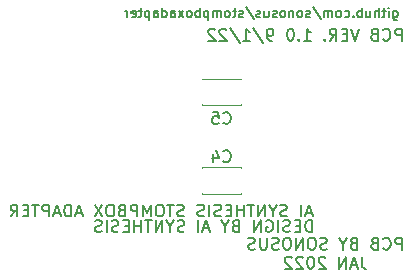
<source format=gbr>
%TF.GenerationSoftware,KiCad,Pcbnew,(6.0.0)*%
%TF.CreationDate,2022-01-09T16:20:31+00:00*%
%TF.ProjectId,aistompboxadapter,61697374-6f6d-4706-926f-786164617074,rev?*%
%TF.SameCoordinates,Original*%
%TF.FileFunction,Legend,Bot*%
%TF.FilePolarity,Positive*%
%FSLAX46Y46*%
G04 Gerber Fmt 4.6, Leading zero omitted, Abs format (unit mm)*
G04 Created by KiCad (PCBNEW (6.0.0)) date 2022-01-09 16:20:31*
%MOMM*%
%LPD*%
G01*
G04 APERTURE LIST*
%ADD10C,0.150000*%
%ADD11C,0.120000*%
%ADD12C,3.200000*%
%ADD13C,1.600000*%
%ADD14R,2.400000X1.600000*%
%ADD15O,2.400000X1.600000*%
%ADD16O,1.700000X1.700000*%
%ADD17R,1.700000X1.700000*%
%ADD18O,1.600000X1.600000*%
%ADD19R,1.727200X1.727200*%
%ADD20O,1.727200X1.727200*%
%ADD21R,2.200000X2.200000*%
%ADD22O,2.200000X2.200000*%
%ADD23R,1.600000X1.600000*%
G04 APERTURE END LIST*
D10*
X264266666Y-26652380D02*
X264266666Y-25652380D01*
X263885714Y-25652380D01*
X263790476Y-25700000D01*
X263742857Y-25747619D01*
X263695238Y-25842857D01*
X263695238Y-25985714D01*
X263742857Y-26080952D01*
X263790476Y-26128571D01*
X263885714Y-26176190D01*
X264266666Y-26176190D01*
X262695238Y-26557142D02*
X262742857Y-26604761D01*
X262885714Y-26652380D01*
X262980952Y-26652380D01*
X263123809Y-26604761D01*
X263219047Y-26509523D01*
X263266666Y-26414285D01*
X263314285Y-26223809D01*
X263314285Y-26080952D01*
X263266666Y-25890476D01*
X263219047Y-25795238D01*
X263123809Y-25700000D01*
X262980952Y-25652380D01*
X262885714Y-25652380D01*
X262742857Y-25700000D01*
X262695238Y-25747619D01*
X261933333Y-26128571D02*
X261790476Y-26176190D01*
X261742857Y-26223809D01*
X261695238Y-26319047D01*
X261695238Y-26461904D01*
X261742857Y-26557142D01*
X261790476Y-26604761D01*
X261885714Y-26652380D01*
X262266666Y-26652380D01*
X262266666Y-25652380D01*
X261933333Y-25652380D01*
X261838095Y-25700000D01*
X261790476Y-25747619D01*
X261742857Y-25842857D01*
X261742857Y-25938095D01*
X261790476Y-26033333D01*
X261838095Y-26080952D01*
X261933333Y-26128571D01*
X262266666Y-26128571D01*
X260647619Y-25652380D02*
X260314285Y-26652380D01*
X259980952Y-25652380D01*
X259647619Y-26128571D02*
X259314285Y-26128571D01*
X259171428Y-26652380D02*
X259647619Y-26652380D01*
X259647619Y-25652380D01*
X259171428Y-25652380D01*
X258171428Y-26652380D02*
X258504761Y-26176190D01*
X258742857Y-26652380D02*
X258742857Y-25652380D01*
X258361904Y-25652380D01*
X258266666Y-25700000D01*
X258219047Y-25747619D01*
X258171428Y-25842857D01*
X258171428Y-25985714D01*
X258219047Y-26080952D01*
X258266666Y-26128571D01*
X258361904Y-26176190D01*
X258742857Y-26176190D01*
X257742857Y-26557142D02*
X257695238Y-26604761D01*
X257742857Y-26652380D01*
X257790476Y-26604761D01*
X257742857Y-26557142D01*
X257742857Y-26652380D01*
X255980952Y-26652380D02*
X256552380Y-26652380D01*
X256266666Y-26652380D02*
X256266666Y-25652380D01*
X256361904Y-25795238D01*
X256457142Y-25890476D01*
X256552380Y-25938095D01*
X255552380Y-26557142D02*
X255504761Y-26604761D01*
X255552380Y-26652380D01*
X255600000Y-26604761D01*
X255552380Y-26557142D01*
X255552380Y-26652380D01*
X254885714Y-25652380D02*
X254790476Y-25652380D01*
X254695238Y-25700000D01*
X254647619Y-25747619D01*
X254600000Y-25842857D01*
X254552380Y-26033333D01*
X254552380Y-26271428D01*
X254600000Y-26461904D01*
X254647619Y-26557142D01*
X254695238Y-26604761D01*
X254790476Y-26652380D01*
X254885714Y-26652380D01*
X254980952Y-26604761D01*
X255028571Y-26557142D01*
X255076190Y-26461904D01*
X255123809Y-26271428D01*
X255123809Y-26033333D01*
X255076190Y-25842857D01*
X255028571Y-25747619D01*
X254980952Y-25700000D01*
X254885714Y-25652380D01*
X253314285Y-26652380D02*
X253123809Y-26652380D01*
X253028571Y-26604761D01*
X252980952Y-26557142D01*
X252885714Y-26414285D01*
X252838095Y-26223809D01*
X252838095Y-25842857D01*
X252885714Y-25747619D01*
X252933333Y-25700000D01*
X253028571Y-25652380D01*
X253219047Y-25652380D01*
X253314285Y-25700000D01*
X253361904Y-25747619D01*
X253409523Y-25842857D01*
X253409523Y-26080952D01*
X253361904Y-26176190D01*
X253314285Y-26223809D01*
X253219047Y-26271428D01*
X253028571Y-26271428D01*
X252933333Y-26223809D01*
X252885714Y-26176190D01*
X252838095Y-26080952D01*
X251695238Y-25604761D02*
X252552380Y-26890476D01*
X250838095Y-26652380D02*
X251409523Y-26652380D01*
X251123809Y-26652380D02*
X251123809Y-25652380D01*
X251219047Y-25795238D01*
X251314285Y-25890476D01*
X251409523Y-25938095D01*
X249695238Y-25604761D02*
X250552380Y-26890476D01*
X249409523Y-25747619D02*
X249361904Y-25700000D01*
X249266666Y-25652380D01*
X249028571Y-25652380D01*
X248933333Y-25700000D01*
X248885714Y-25747619D01*
X248838095Y-25842857D01*
X248838095Y-25938095D01*
X248885714Y-26080952D01*
X249457142Y-26652380D01*
X248838095Y-26652380D01*
X248457142Y-25747619D02*
X248409523Y-25700000D01*
X248314285Y-25652380D01*
X248076190Y-25652380D01*
X247980952Y-25700000D01*
X247933333Y-25747619D01*
X247885714Y-25842857D01*
X247885714Y-25938095D01*
X247933333Y-26080952D01*
X248504761Y-26652380D01*
X247885714Y-26652380D01*
X263542857Y-24128571D02*
X263542857Y-24776190D01*
X263580952Y-24852380D01*
X263619047Y-24890476D01*
X263695238Y-24928571D01*
X263809523Y-24928571D01*
X263885714Y-24890476D01*
X263542857Y-24623809D02*
X263619047Y-24661904D01*
X263771428Y-24661904D01*
X263847619Y-24623809D01*
X263885714Y-24585714D01*
X263923809Y-24509523D01*
X263923809Y-24280952D01*
X263885714Y-24204761D01*
X263847619Y-24166666D01*
X263771428Y-24128571D01*
X263619047Y-24128571D01*
X263542857Y-24166666D01*
X263161904Y-24661904D02*
X263161904Y-24128571D01*
X263161904Y-23861904D02*
X263200000Y-23900000D01*
X263161904Y-23938095D01*
X263123809Y-23900000D01*
X263161904Y-23861904D01*
X263161904Y-23938095D01*
X262895238Y-24128571D02*
X262590476Y-24128571D01*
X262780952Y-23861904D02*
X262780952Y-24547619D01*
X262742857Y-24623809D01*
X262666666Y-24661904D01*
X262590476Y-24661904D01*
X262323809Y-24661904D02*
X262323809Y-23861904D01*
X261980952Y-24661904D02*
X261980952Y-24242857D01*
X262019047Y-24166666D01*
X262095238Y-24128571D01*
X262209523Y-24128571D01*
X262285714Y-24166666D01*
X262323809Y-24204761D01*
X261257142Y-24128571D02*
X261257142Y-24661904D01*
X261600000Y-24128571D02*
X261600000Y-24547619D01*
X261561904Y-24623809D01*
X261485714Y-24661904D01*
X261371428Y-24661904D01*
X261295238Y-24623809D01*
X261257142Y-24585714D01*
X260876190Y-24661904D02*
X260876190Y-23861904D01*
X260876190Y-24166666D02*
X260800000Y-24128571D01*
X260647619Y-24128571D01*
X260571428Y-24166666D01*
X260533333Y-24204761D01*
X260495238Y-24280952D01*
X260495238Y-24509523D01*
X260533333Y-24585714D01*
X260571428Y-24623809D01*
X260647619Y-24661904D01*
X260800000Y-24661904D01*
X260876190Y-24623809D01*
X260152380Y-24585714D02*
X260114285Y-24623809D01*
X260152380Y-24661904D01*
X260190476Y-24623809D01*
X260152380Y-24585714D01*
X260152380Y-24661904D01*
X259428571Y-24623809D02*
X259504761Y-24661904D01*
X259657142Y-24661904D01*
X259733333Y-24623809D01*
X259771428Y-24585714D01*
X259809523Y-24509523D01*
X259809523Y-24280952D01*
X259771428Y-24204761D01*
X259733333Y-24166666D01*
X259657142Y-24128571D01*
X259504761Y-24128571D01*
X259428571Y-24166666D01*
X258971428Y-24661904D02*
X259047619Y-24623809D01*
X259085714Y-24585714D01*
X259123809Y-24509523D01*
X259123809Y-24280952D01*
X259085714Y-24204761D01*
X259047619Y-24166666D01*
X258971428Y-24128571D01*
X258857142Y-24128571D01*
X258780952Y-24166666D01*
X258742857Y-24204761D01*
X258704761Y-24280952D01*
X258704761Y-24509523D01*
X258742857Y-24585714D01*
X258780952Y-24623809D01*
X258857142Y-24661904D01*
X258971428Y-24661904D01*
X258361904Y-24661904D02*
X258361904Y-24128571D01*
X258361904Y-24204761D02*
X258323809Y-24166666D01*
X258247619Y-24128571D01*
X258133333Y-24128571D01*
X258057142Y-24166666D01*
X258019047Y-24242857D01*
X258019047Y-24661904D01*
X258019047Y-24242857D02*
X257980952Y-24166666D01*
X257904761Y-24128571D01*
X257790476Y-24128571D01*
X257714285Y-24166666D01*
X257676190Y-24242857D01*
X257676190Y-24661904D01*
X256723809Y-23823809D02*
X257409523Y-24852380D01*
X256495238Y-24623809D02*
X256419047Y-24661904D01*
X256266666Y-24661904D01*
X256190476Y-24623809D01*
X256152380Y-24547619D01*
X256152380Y-24509523D01*
X256190476Y-24433333D01*
X256266666Y-24395238D01*
X256380952Y-24395238D01*
X256457142Y-24357142D01*
X256495238Y-24280952D01*
X256495238Y-24242857D01*
X256457142Y-24166666D01*
X256380952Y-24128571D01*
X256266666Y-24128571D01*
X256190476Y-24166666D01*
X255695238Y-24661904D02*
X255771428Y-24623809D01*
X255809523Y-24585714D01*
X255847619Y-24509523D01*
X255847619Y-24280952D01*
X255809523Y-24204761D01*
X255771428Y-24166666D01*
X255695238Y-24128571D01*
X255580952Y-24128571D01*
X255504761Y-24166666D01*
X255466666Y-24204761D01*
X255428571Y-24280952D01*
X255428571Y-24509523D01*
X255466666Y-24585714D01*
X255504761Y-24623809D01*
X255580952Y-24661904D01*
X255695238Y-24661904D01*
X255085714Y-24128571D02*
X255085714Y-24661904D01*
X255085714Y-24204761D02*
X255047619Y-24166666D01*
X254971428Y-24128571D01*
X254857142Y-24128571D01*
X254780952Y-24166666D01*
X254742857Y-24242857D01*
X254742857Y-24661904D01*
X254247619Y-24661904D02*
X254323809Y-24623809D01*
X254361904Y-24585714D01*
X254400000Y-24509523D01*
X254400000Y-24280952D01*
X254361904Y-24204761D01*
X254323809Y-24166666D01*
X254247619Y-24128571D01*
X254133333Y-24128571D01*
X254057142Y-24166666D01*
X254019047Y-24204761D01*
X253980952Y-24280952D01*
X253980952Y-24509523D01*
X254019047Y-24585714D01*
X254057142Y-24623809D01*
X254133333Y-24661904D01*
X254247619Y-24661904D01*
X253676190Y-24623809D02*
X253600000Y-24661904D01*
X253447619Y-24661904D01*
X253371428Y-24623809D01*
X253333333Y-24547619D01*
X253333333Y-24509523D01*
X253371428Y-24433333D01*
X253447619Y-24395238D01*
X253561904Y-24395238D01*
X253638095Y-24357142D01*
X253676190Y-24280952D01*
X253676190Y-24242857D01*
X253638095Y-24166666D01*
X253561904Y-24128571D01*
X253447619Y-24128571D01*
X253371428Y-24166666D01*
X252647619Y-24128571D02*
X252647619Y-24661904D01*
X252990476Y-24128571D02*
X252990476Y-24547619D01*
X252952380Y-24623809D01*
X252876190Y-24661904D01*
X252761904Y-24661904D01*
X252685714Y-24623809D01*
X252647619Y-24585714D01*
X252304761Y-24623809D02*
X252228571Y-24661904D01*
X252076190Y-24661904D01*
X252000000Y-24623809D01*
X251961904Y-24547619D01*
X251961904Y-24509523D01*
X252000000Y-24433333D01*
X252076190Y-24395238D01*
X252190476Y-24395238D01*
X252266666Y-24357142D01*
X252304761Y-24280952D01*
X252304761Y-24242857D01*
X252266666Y-24166666D01*
X252190476Y-24128571D01*
X252076190Y-24128571D01*
X252000000Y-24166666D01*
X251047619Y-23823809D02*
X251733333Y-24852380D01*
X250819047Y-24623809D02*
X250742857Y-24661904D01*
X250590476Y-24661904D01*
X250514285Y-24623809D01*
X250476190Y-24547619D01*
X250476190Y-24509523D01*
X250514285Y-24433333D01*
X250590476Y-24395238D01*
X250704761Y-24395238D01*
X250780952Y-24357142D01*
X250819047Y-24280952D01*
X250819047Y-24242857D01*
X250780952Y-24166666D01*
X250704761Y-24128571D01*
X250590476Y-24128571D01*
X250514285Y-24166666D01*
X250247619Y-24128571D02*
X249942857Y-24128571D01*
X250133333Y-23861904D02*
X250133333Y-24547619D01*
X250095238Y-24623809D01*
X250019047Y-24661904D01*
X249942857Y-24661904D01*
X249561904Y-24661904D02*
X249638095Y-24623809D01*
X249676190Y-24585714D01*
X249714285Y-24509523D01*
X249714285Y-24280952D01*
X249676190Y-24204761D01*
X249638095Y-24166666D01*
X249561904Y-24128571D01*
X249447619Y-24128571D01*
X249371428Y-24166666D01*
X249333333Y-24204761D01*
X249295238Y-24280952D01*
X249295238Y-24509523D01*
X249333333Y-24585714D01*
X249371428Y-24623809D01*
X249447619Y-24661904D01*
X249561904Y-24661904D01*
X248952380Y-24661904D02*
X248952380Y-24128571D01*
X248952380Y-24204761D02*
X248914285Y-24166666D01*
X248838095Y-24128571D01*
X248723809Y-24128571D01*
X248647619Y-24166666D01*
X248609523Y-24242857D01*
X248609523Y-24661904D01*
X248609523Y-24242857D02*
X248571428Y-24166666D01*
X248495238Y-24128571D01*
X248380952Y-24128571D01*
X248304761Y-24166666D01*
X248266666Y-24242857D01*
X248266666Y-24661904D01*
X247885714Y-24128571D02*
X247885714Y-24928571D01*
X247885714Y-24166666D02*
X247809523Y-24128571D01*
X247657142Y-24128571D01*
X247580952Y-24166666D01*
X247542857Y-24204761D01*
X247504761Y-24280952D01*
X247504761Y-24509523D01*
X247542857Y-24585714D01*
X247580952Y-24623809D01*
X247657142Y-24661904D01*
X247809523Y-24661904D01*
X247885714Y-24623809D01*
X247161904Y-24661904D02*
X247161904Y-23861904D01*
X247161904Y-24166666D02*
X247085714Y-24128571D01*
X246933333Y-24128571D01*
X246857142Y-24166666D01*
X246819047Y-24204761D01*
X246780952Y-24280952D01*
X246780952Y-24509523D01*
X246819047Y-24585714D01*
X246857142Y-24623809D01*
X246933333Y-24661904D01*
X247085714Y-24661904D01*
X247161904Y-24623809D01*
X246323809Y-24661904D02*
X246400000Y-24623809D01*
X246438095Y-24585714D01*
X246476190Y-24509523D01*
X246476190Y-24280952D01*
X246438095Y-24204761D01*
X246400000Y-24166666D01*
X246323809Y-24128571D01*
X246209523Y-24128571D01*
X246133333Y-24166666D01*
X246095238Y-24204761D01*
X246057142Y-24280952D01*
X246057142Y-24509523D01*
X246095238Y-24585714D01*
X246133333Y-24623809D01*
X246209523Y-24661904D01*
X246323809Y-24661904D01*
X245790476Y-24661904D02*
X245371428Y-24128571D01*
X245790476Y-24128571D02*
X245371428Y-24661904D01*
X244723809Y-24661904D02*
X244723809Y-24242857D01*
X244761904Y-24166666D01*
X244838095Y-24128571D01*
X244990476Y-24128571D01*
X245066666Y-24166666D01*
X244723809Y-24623809D02*
X244800000Y-24661904D01*
X244990476Y-24661904D01*
X245066666Y-24623809D01*
X245104761Y-24547619D01*
X245104761Y-24471428D01*
X245066666Y-24395238D01*
X244990476Y-24357142D01*
X244800000Y-24357142D01*
X244723809Y-24319047D01*
X244000000Y-24661904D02*
X244000000Y-23861904D01*
X244000000Y-24623809D02*
X244076190Y-24661904D01*
X244228571Y-24661904D01*
X244304761Y-24623809D01*
X244342857Y-24585714D01*
X244380952Y-24509523D01*
X244380952Y-24280952D01*
X244342857Y-24204761D01*
X244304761Y-24166666D01*
X244228571Y-24128571D01*
X244076190Y-24128571D01*
X244000000Y-24166666D01*
X243276190Y-24661904D02*
X243276190Y-24242857D01*
X243314285Y-24166666D01*
X243390476Y-24128571D01*
X243542857Y-24128571D01*
X243619047Y-24166666D01*
X243276190Y-24623809D02*
X243352380Y-24661904D01*
X243542857Y-24661904D01*
X243619047Y-24623809D01*
X243657142Y-24547619D01*
X243657142Y-24471428D01*
X243619047Y-24395238D01*
X243542857Y-24357142D01*
X243352380Y-24357142D01*
X243276190Y-24319047D01*
X242895238Y-24128571D02*
X242895238Y-24928571D01*
X242895238Y-24166666D02*
X242819047Y-24128571D01*
X242666666Y-24128571D01*
X242590476Y-24166666D01*
X242552380Y-24204761D01*
X242514285Y-24280952D01*
X242514285Y-24509523D01*
X242552380Y-24585714D01*
X242590476Y-24623809D01*
X242666666Y-24661904D01*
X242819047Y-24661904D01*
X242895238Y-24623809D01*
X242285714Y-24128571D02*
X241980952Y-24128571D01*
X242171428Y-23861904D02*
X242171428Y-24547619D01*
X242133333Y-24623809D01*
X242057142Y-24661904D01*
X241980952Y-24661904D01*
X241409523Y-24623809D02*
X241485714Y-24661904D01*
X241638095Y-24661904D01*
X241714285Y-24623809D01*
X241752380Y-24547619D01*
X241752380Y-24242857D01*
X241714285Y-24166666D01*
X241638095Y-24128571D01*
X241485714Y-24128571D01*
X241409523Y-24166666D01*
X241371428Y-24242857D01*
X241371428Y-24319047D01*
X241752380Y-24395238D01*
X241028571Y-24661904D02*
X241028571Y-24128571D01*
X241028571Y-24280952D02*
X240990476Y-24204761D01*
X240952380Y-24166666D01*
X240876190Y-24128571D01*
X240800000Y-24128571D01*
X256666666Y-42852380D02*
X256666666Y-41852380D01*
X256428571Y-41852380D01*
X256285714Y-41900000D01*
X256190476Y-41995238D01*
X256142857Y-42090476D01*
X256095238Y-42280952D01*
X256095238Y-42423809D01*
X256142857Y-42614285D01*
X256190476Y-42709523D01*
X256285714Y-42804761D01*
X256428571Y-42852380D01*
X256666666Y-42852380D01*
X255666666Y-42328571D02*
X255333333Y-42328571D01*
X255190476Y-42852380D02*
X255666666Y-42852380D01*
X255666666Y-41852380D01*
X255190476Y-41852380D01*
X254809523Y-42804761D02*
X254666666Y-42852380D01*
X254428571Y-42852380D01*
X254333333Y-42804761D01*
X254285714Y-42757142D01*
X254238095Y-42661904D01*
X254238095Y-42566666D01*
X254285714Y-42471428D01*
X254333333Y-42423809D01*
X254428571Y-42376190D01*
X254619047Y-42328571D01*
X254714285Y-42280952D01*
X254761904Y-42233333D01*
X254809523Y-42138095D01*
X254809523Y-42042857D01*
X254761904Y-41947619D01*
X254714285Y-41900000D01*
X254619047Y-41852380D01*
X254380952Y-41852380D01*
X254238095Y-41900000D01*
X253809523Y-42852380D02*
X253809523Y-41852380D01*
X252809523Y-41900000D02*
X252904761Y-41852380D01*
X253047619Y-41852380D01*
X253190476Y-41900000D01*
X253285714Y-41995238D01*
X253333333Y-42090476D01*
X253380952Y-42280952D01*
X253380952Y-42423809D01*
X253333333Y-42614285D01*
X253285714Y-42709523D01*
X253190476Y-42804761D01*
X253047619Y-42852380D01*
X252952380Y-42852380D01*
X252809523Y-42804761D01*
X252761904Y-42757142D01*
X252761904Y-42423809D01*
X252952380Y-42423809D01*
X252333333Y-42852380D02*
X252333333Y-41852380D01*
X251761904Y-42852380D01*
X251761904Y-41852380D01*
X250190476Y-42328571D02*
X250047619Y-42376190D01*
X250000000Y-42423809D01*
X249952380Y-42519047D01*
X249952380Y-42661904D01*
X250000000Y-42757142D01*
X250047619Y-42804761D01*
X250142857Y-42852380D01*
X250523809Y-42852380D01*
X250523809Y-41852380D01*
X250190476Y-41852380D01*
X250095238Y-41900000D01*
X250047619Y-41947619D01*
X250000000Y-42042857D01*
X250000000Y-42138095D01*
X250047619Y-42233333D01*
X250095238Y-42280952D01*
X250190476Y-42328571D01*
X250523809Y-42328571D01*
X249333333Y-42376190D02*
X249333333Y-42852380D01*
X249666666Y-41852380D02*
X249333333Y-42376190D01*
X249000000Y-41852380D01*
X247952380Y-42566666D02*
X247476190Y-42566666D01*
X248047619Y-42852380D02*
X247714285Y-41852380D01*
X247380952Y-42852380D01*
X247047619Y-42852380D02*
X247047619Y-41852380D01*
X245857142Y-42804761D02*
X245714285Y-42852380D01*
X245476190Y-42852380D01*
X245380952Y-42804761D01*
X245333333Y-42757142D01*
X245285714Y-42661904D01*
X245285714Y-42566666D01*
X245333333Y-42471428D01*
X245380952Y-42423809D01*
X245476190Y-42376190D01*
X245666666Y-42328571D01*
X245761904Y-42280952D01*
X245809523Y-42233333D01*
X245857142Y-42138095D01*
X245857142Y-42042857D01*
X245809523Y-41947619D01*
X245761904Y-41900000D01*
X245666666Y-41852380D01*
X245428571Y-41852380D01*
X245285714Y-41900000D01*
X244666666Y-42376190D02*
X244666666Y-42852380D01*
X245000000Y-41852380D02*
X244666666Y-42376190D01*
X244333333Y-41852380D01*
X244000000Y-42852380D02*
X244000000Y-41852380D01*
X243428571Y-42852380D01*
X243428571Y-41852380D01*
X243095238Y-41852380D02*
X242523809Y-41852380D01*
X242809523Y-42852380D02*
X242809523Y-41852380D01*
X242190476Y-42852380D02*
X242190476Y-41852380D01*
X242190476Y-42328571D02*
X241619047Y-42328571D01*
X241619047Y-42852380D02*
X241619047Y-41852380D01*
X241142857Y-42328571D02*
X240809523Y-42328571D01*
X240666666Y-42852380D02*
X241142857Y-42852380D01*
X241142857Y-41852380D01*
X240666666Y-41852380D01*
X240285714Y-42804761D02*
X240142857Y-42852380D01*
X239904761Y-42852380D01*
X239809523Y-42804761D01*
X239761904Y-42757142D01*
X239714285Y-42661904D01*
X239714285Y-42566666D01*
X239761904Y-42471428D01*
X239809523Y-42423809D01*
X239904761Y-42376190D01*
X240095238Y-42328571D01*
X240190476Y-42280952D01*
X240238095Y-42233333D01*
X240285714Y-42138095D01*
X240285714Y-42042857D01*
X240238095Y-41947619D01*
X240190476Y-41900000D01*
X240095238Y-41852380D01*
X239857142Y-41852380D01*
X239714285Y-41900000D01*
X239285714Y-42852380D02*
X239285714Y-41852380D01*
X238857142Y-42804761D02*
X238714285Y-42852380D01*
X238476190Y-42852380D01*
X238380952Y-42804761D01*
X238333333Y-42757142D01*
X238285714Y-42661904D01*
X238285714Y-42566666D01*
X238333333Y-42471428D01*
X238380952Y-42423809D01*
X238476190Y-42376190D01*
X238666666Y-42328571D01*
X238761904Y-42280952D01*
X238809523Y-42233333D01*
X238857142Y-42138095D01*
X238857142Y-42042857D01*
X238809523Y-41947619D01*
X238761904Y-41900000D01*
X238666666Y-41852380D01*
X238428571Y-41852380D01*
X238285714Y-41900000D01*
X264276190Y-44347380D02*
X264276190Y-43347380D01*
X263895238Y-43347380D01*
X263800000Y-43395000D01*
X263752380Y-43442619D01*
X263704761Y-43537857D01*
X263704761Y-43680714D01*
X263752380Y-43775952D01*
X263800000Y-43823571D01*
X263895238Y-43871190D01*
X264276190Y-43871190D01*
X262704761Y-44252142D02*
X262752380Y-44299761D01*
X262895238Y-44347380D01*
X262990476Y-44347380D01*
X263133333Y-44299761D01*
X263228571Y-44204523D01*
X263276190Y-44109285D01*
X263323809Y-43918809D01*
X263323809Y-43775952D01*
X263276190Y-43585476D01*
X263228571Y-43490238D01*
X263133333Y-43395000D01*
X262990476Y-43347380D01*
X262895238Y-43347380D01*
X262752380Y-43395000D01*
X262704761Y-43442619D01*
X261942857Y-43823571D02*
X261800000Y-43871190D01*
X261752380Y-43918809D01*
X261704761Y-44014047D01*
X261704761Y-44156904D01*
X261752380Y-44252142D01*
X261800000Y-44299761D01*
X261895238Y-44347380D01*
X262276190Y-44347380D01*
X262276190Y-43347380D01*
X261942857Y-43347380D01*
X261847619Y-43395000D01*
X261800000Y-43442619D01*
X261752380Y-43537857D01*
X261752380Y-43633095D01*
X261800000Y-43728333D01*
X261847619Y-43775952D01*
X261942857Y-43823571D01*
X262276190Y-43823571D01*
X260180952Y-43823571D02*
X260038095Y-43871190D01*
X259990476Y-43918809D01*
X259942857Y-44014047D01*
X259942857Y-44156904D01*
X259990476Y-44252142D01*
X260038095Y-44299761D01*
X260133333Y-44347380D01*
X260514285Y-44347380D01*
X260514285Y-43347380D01*
X260180952Y-43347380D01*
X260085714Y-43395000D01*
X260038095Y-43442619D01*
X259990476Y-43537857D01*
X259990476Y-43633095D01*
X260038095Y-43728333D01*
X260085714Y-43775952D01*
X260180952Y-43823571D01*
X260514285Y-43823571D01*
X259323809Y-43871190D02*
X259323809Y-44347380D01*
X259657142Y-43347380D02*
X259323809Y-43871190D01*
X258990476Y-43347380D01*
X257942857Y-44299761D02*
X257800000Y-44347380D01*
X257561904Y-44347380D01*
X257466666Y-44299761D01*
X257419047Y-44252142D01*
X257371428Y-44156904D01*
X257371428Y-44061666D01*
X257419047Y-43966428D01*
X257466666Y-43918809D01*
X257561904Y-43871190D01*
X257752380Y-43823571D01*
X257847619Y-43775952D01*
X257895238Y-43728333D01*
X257942857Y-43633095D01*
X257942857Y-43537857D01*
X257895238Y-43442619D01*
X257847619Y-43395000D01*
X257752380Y-43347380D01*
X257514285Y-43347380D01*
X257371428Y-43395000D01*
X256752380Y-43347380D02*
X256561904Y-43347380D01*
X256466666Y-43395000D01*
X256371428Y-43490238D01*
X256323809Y-43680714D01*
X256323809Y-44014047D01*
X256371428Y-44204523D01*
X256466666Y-44299761D01*
X256561904Y-44347380D01*
X256752380Y-44347380D01*
X256847619Y-44299761D01*
X256942857Y-44204523D01*
X256990476Y-44014047D01*
X256990476Y-43680714D01*
X256942857Y-43490238D01*
X256847619Y-43395000D01*
X256752380Y-43347380D01*
X255895238Y-44347380D02*
X255895238Y-43347380D01*
X255323809Y-44347380D01*
X255323809Y-43347380D01*
X254657142Y-43347380D02*
X254466666Y-43347380D01*
X254371428Y-43395000D01*
X254276190Y-43490238D01*
X254228571Y-43680714D01*
X254228571Y-44014047D01*
X254276190Y-44204523D01*
X254371428Y-44299761D01*
X254466666Y-44347380D01*
X254657142Y-44347380D01*
X254752380Y-44299761D01*
X254847619Y-44204523D01*
X254895238Y-44014047D01*
X254895238Y-43680714D01*
X254847619Y-43490238D01*
X254752380Y-43395000D01*
X254657142Y-43347380D01*
X253847619Y-44299761D02*
X253704761Y-44347380D01*
X253466666Y-44347380D01*
X253371428Y-44299761D01*
X253323809Y-44252142D01*
X253276190Y-44156904D01*
X253276190Y-44061666D01*
X253323809Y-43966428D01*
X253371428Y-43918809D01*
X253466666Y-43871190D01*
X253657142Y-43823571D01*
X253752380Y-43775952D01*
X253800000Y-43728333D01*
X253847619Y-43633095D01*
X253847619Y-43537857D01*
X253800000Y-43442619D01*
X253752380Y-43395000D01*
X253657142Y-43347380D01*
X253419047Y-43347380D01*
X253276190Y-43395000D01*
X252847619Y-43347380D02*
X252847619Y-44156904D01*
X252800000Y-44252142D01*
X252752380Y-44299761D01*
X252657142Y-44347380D01*
X252466666Y-44347380D01*
X252371428Y-44299761D01*
X252323809Y-44252142D01*
X252276190Y-44156904D01*
X252276190Y-43347380D01*
X251847619Y-44299761D02*
X251704761Y-44347380D01*
X251466666Y-44347380D01*
X251371428Y-44299761D01*
X251323809Y-44252142D01*
X251276190Y-44156904D01*
X251276190Y-44061666D01*
X251323809Y-43966428D01*
X251371428Y-43918809D01*
X251466666Y-43871190D01*
X251657142Y-43823571D01*
X251752380Y-43775952D01*
X251800000Y-43728333D01*
X251847619Y-43633095D01*
X251847619Y-43537857D01*
X251800000Y-43442619D01*
X251752380Y-43395000D01*
X251657142Y-43347380D01*
X251419047Y-43347380D01*
X251276190Y-43395000D01*
X260895238Y-44957380D02*
X260895238Y-45671666D01*
X260942857Y-45814523D01*
X261038095Y-45909761D01*
X261180952Y-45957380D01*
X261276190Y-45957380D01*
X260466666Y-45671666D02*
X259990476Y-45671666D01*
X260561904Y-45957380D02*
X260228571Y-44957380D01*
X259895238Y-45957380D01*
X259561904Y-45957380D02*
X259561904Y-44957380D01*
X258990476Y-45957380D01*
X258990476Y-44957380D01*
X257800000Y-45052619D02*
X257752380Y-45005000D01*
X257657142Y-44957380D01*
X257419047Y-44957380D01*
X257323809Y-45005000D01*
X257276190Y-45052619D01*
X257228571Y-45147857D01*
X257228571Y-45243095D01*
X257276190Y-45385952D01*
X257847619Y-45957380D01*
X257228571Y-45957380D01*
X256609523Y-44957380D02*
X256514285Y-44957380D01*
X256419047Y-45005000D01*
X256371428Y-45052619D01*
X256323809Y-45147857D01*
X256276190Y-45338333D01*
X256276190Y-45576428D01*
X256323809Y-45766904D01*
X256371428Y-45862142D01*
X256419047Y-45909761D01*
X256514285Y-45957380D01*
X256609523Y-45957380D01*
X256704761Y-45909761D01*
X256752380Y-45862142D01*
X256800000Y-45766904D01*
X256847619Y-45576428D01*
X256847619Y-45338333D01*
X256800000Y-45147857D01*
X256752380Y-45052619D01*
X256704761Y-45005000D01*
X256609523Y-44957380D01*
X255895238Y-45052619D02*
X255847619Y-45005000D01*
X255752380Y-44957380D01*
X255514285Y-44957380D01*
X255419047Y-45005000D01*
X255371428Y-45052619D01*
X255323809Y-45147857D01*
X255323809Y-45243095D01*
X255371428Y-45385952D01*
X255942857Y-45957380D01*
X255323809Y-45957380D01*
X254942857Y-45052619D02*
X254895238Y-45005000D01*
X254800000Y-44957380D01*
X254561904Y-44957380D01*
X254466666Y-45005000D01*
X254419047Y-45052619D01*
X254371428Y-45147857D01*
X254371428Y-45243095D01*
X254419047Y-45385952D01*
X254990476Y-45957380D01*
X254371428Y-45957380D01*
X256638095Y-41266666D02*
X256161904Y-41266666D01*
X256733333Y-41552380D02*
X256400000Y-40552380D01*
X256066666Y-41552380D01*
X255733333Y-41552380D02*
X255733333Y-40552380D01*
X254542857Y-41504761D02*
X254400000Y-41552380D01*
X254161904Y-41552380D01*
X254066666Y-41504761D01*
X254019047Y-41457142D01*
X253971428Y-41361904D01*
X253971428Y-41266666D01*
X254019047Y-41171428D01*
X254066666Y-41123809D01*
X254161904Y-41076190D01*
X254352380Y-41028571D01*
X254447619Y-40980952D01*
X254495238Y-40933333D01*
X254542857Y-40838095D01*
X254542857Y-40742857D01*
X254495238Y-40647619D01*
X254447619Y-40600000D01*
X254352380Y-40552380D01*
X254114285Y-40552380D01*
X253971428Y-40600000D01*
X253352380Y-41076190D02*
X253352380Y-41552380D01*
X253685714Y-40552380D02*
X253352380Y-41076190D01*
X253019047Y-40552380D01*
X252685714Y-41552380D02*
X252685714Y-40552380D01*
X252114285Y-41552380D01*
X252114285Y-40552380D01*
X251780952Y-40552380D02*
X251209523Y-40552380D01*
X251495238Y-41552380D02*
X251495238Y-40552380D01*
X250876190Y-41552380D02*
X250876190Y-40552380D01*
X250876190Y-41028571D02*
X250304761Y-41028571D01*
X250304761Y-41552380D02*
X250304761Y-40552380D01*
X249828571Y-41028571D02*
X249495238Y-41028571D01*
X249352380Y-41552380D02*
X249828571Y-41552380D01*
X249828571Y-40552380D01*
X249352380Y-40552380D01*
X248971428Y-41504761D02*
X248828571Y-41552380D01*
X248590476Y-41552380D01*
X248495238Y-41504761D01*
X248447619Y-41457142D01*
X248400000Y-41361904D01*
X248400000Y-41266666D01*
X248447619Y-41171428D01*
X248495238Y-41123809D01*
X248590476Y-41076190D01*
X248780952Y-41028571D01*
X248876190Y-40980952D01*
X248923809Y-40933333D01*
X248971428Y-40838095D01*
X248971428Y-40742857D01*
X248923809Y-40647619D01*
X248876190Y-40600000D01*
X248780952Y-40552380D01*
X248542857Y-40552380D01*
X248400000Y-40600000D01*
X247971428Y-41552380D02*
X247971428Y-40552380D01*
X247542857Y-41504761D02*
X247400000Y-41552380D01*
X247161904Y-41552380D01*
X247066666Y-41504761D01*
X247019047Y-41457142D01*
X246971428Y-41361904D01*
X246971428Y-41266666D01*
X247019047Y-41171428D01*
X247066666Y-41123809D01*
X247161904Y-41076190D01*
X247352380Y-41028571D01*
X247447619Y-40980952D01*
X247495238Y-40933333D01*
X247542857Y-40838095D01*
X247542857Y-40742857D01*
X247495238Y-40647619D01*
X247447619Y-40600000D01*
X247352380Y-40552380D01*
X247114285Y-40552380D01*
X246971428Y-40600000D01*
X245828571Y-41504761D02*
X245685714Y-41552380D01*
X245447619Y-41552380D01*
X245352380Y-41504761D01*
X245304761Y-41457142D01*
X245257142Y-41361904D01*
X245257142Y-41266666D01*
X245304761Y-41171428D01*
X245352380Y-41123809D01*
X245447619Y-41076190D01*
X245638095Y-41028571D01*
X245733333Y-40980952D01*
X245780952Y-40933333D01*
X245828571Y-40838095D01*
X245828571Y-40742857D01*
X245780952Y-40647619D01*
X245733333Y-40600000D01*
X245638095Y-40552380D01*
X245400000Y-40552380D01*
X245257142Y-40600000D01*
X244971428Y-40552380D02*
X244400000Y-40552380D01*
X244685714Y-41552380D02*
X244685714Y-40552380D01*
X243876190Y-40552380D02*
X243685714Y-40552380D01*
X243590476Y-40600000D01*
X243495238Y-40695238D01*
X243447619Y-40885714D01*
X243447619Y-41219047D01*
X243495238Y-41409523D01*
X243590476Y-41504761D01*
X243685714Y-41552380D01*
X243876190Y-41552380D01*
X243971428Y-41504761D01*
X244066666Y-41409523D01*
X244114285Y-41219047D01*
X244114285Y-40885714D01*
X244066666Y-40695238D01*
X243971428Y-40600000D01*
X243876190Y-40552380D01*
X243019047Y-41552380D02*
X243019047Y-40552380D01*
X242685714Y-41266666D01*
X242352380Y-40552380D01*
X242352380Y-41552380D01*
X241876190Y-41552380D02*
X241876190Y-40552380D01*
X241495238Y-40552380D01*
X241400000Y-40600000D01*
X241352380Y-40647619D01*
X241304761Y-40742857D01*
X241304761Y-40885714D01*
X241352380Y-40980952D01*
X241400000Y-41028571D01*
X241495238Y-41076190D01*
X241876190Y-41076190D01*
X240542857Y-41028571D02*
X240400000Y-41076190D01*
X240352380Y-41123809D01*
X240304761Y-41219047D01*
X240304761Y-41361904D01*
X240352380Y-41457142D01*
X240400000Y-41504761D01*
X240495238Y-41552380D01*
X240876190Y-41552380D01*
X240876190Y-40552380D01*
X240542857Y-40552380D01*
X240447619Y-40600000D01*
X240400000Y-40647619D01*
X240352380Y-40742857D01*
X240352380Y-40838095D01*
X240400000Y-40933333D01*
X240447619Y-40980952D01*
X240542857Y-41028571D01*
X240876190Y-41028571D01*
X239685714Y-40552380D02*
X239495238Y-40552380D01*
X239400000Y-40600000D01*
X239304761Y-40695238D01*
X239257142Y-40885714D01*
X239257142Y-41219047D01*
X239304761Y-41409523D01*
X239400000Y-41504761D01*
X239495238Y-41552380D01*
X239685714Y-41552380D01*
X239780952Y-41504761D01*
X239876190Y-41409523D01*
X239923809Y-41219047D01*
X239923809Y-40885714D01*
X239876190Y-40695238D01*
X239780952Y-40600000D01*
X239685714Y-40552380D01*
X238923809Y-40552380D02*
X238257142Y-41552380D01*
X238257142Y-40552380D02*
X238923809Y-41552380D01*
X237161904Y-41266666D02*
X236685714Y-41266666D01*
X237257142Y-41552380D02*
X236923809Y-40552380D01*
X236590476Y-41552380D01*
X236257142Y-41552380D02*
X236257142Y-40552380D01*
X236019047Y-40552380D01*
X235876190Y-40600000D01*
X235780952Y-40695238D01*
X235733333Y-40790476D01*
X235685714Y-40980952D01*
X235685714Y-41123809D01*
X235733333Y-41314285D01*
X235780952Y-41409523D01*
X235876190Y-41504761D01*
X236019047Y-41552380D01*
X236257142Y-41552380D01*
X235304761Y-41266666D02*
X234828571Y-41266666D01*
X235400000Y-41552380D02*
X235066666Y-40552380D01*
X234733333Y-41552380D01*
X234400000Y-41552380D02*
X234400000Y-40552380D01*
X234019047Y-40552380D01*
X233923809Y-40600000D01*
X233876190Y-40647619D01*
X233828571Y-40742857D01*
X233828571Y-40885714D01*
X233876190Y-40980952D01*
X233923809Y-41028571D01*
X234019047Y-41076190D01*
X234400000Y-41076190D01*
X233542857Y-40552380D02*
X232971428Y-40552380D01*
X233257142Y-41552380D02*
X233257142Y-40552380D01*
X232638095Y-41028571D02*
X232304761Y-41028571D01*
X232161904Y-41552380D02*
X232638095Y-41552380D01*
X232638095Y-40552380D01*
X232161904Y-40552380D01*
X231161904Y-41552380D02*
X231495238Y-41076190D01*
X231733333Y-41552380D02*
X231733333Y-40552380D01*
X231352380Y-40552380D01*
X231257142Y-40600000D01*
X231209523Y-40647619D01*
X231161904Y-40742857D01*
X231161904Y-40885714D01*
X231209523Y-40980952D01*
X231257142Y-41028571D01*
X231352380Y-41076190D01*
X231733333Y-41076190D01*
%TO.C,C5*%
X249166666Y-33607142D02*
X249214285Y-33654761D01*
X249357142Y-33702380D01*
X249452380Y-33702380D01*
X249595238Y-33654761D01*
X249690476Y-33559523D01*
X249738095Y-33464285D01*
X249785714Y-33273809D01*
X249785714Y-33130952D01*
X249738095Y-32940476D01*
X249690476Y-32845238D01*
X249595238Y-32750000D01*
X249452380Y-32702380D01*
X249357142Y-32702380D01*
X249214285Y-32750000D01*
X249166666Y-32797619D01*
X248261904Y-32702380D02*
X248738095Y-32702380D01*
X248785714Y-33178571D01*
X248738095Y-33130952D01*
X248642857Y-33083333D01*
X248404761Y-33083333D01*
X248309523Y-33130952D01*
X248261904Y-33178571D01*
X248214285Y-33273809D01*
X248214285Y-33511904D01*
X248261904Y-33607142D01*
X248309523Y-33654761D01*
X248404761Y-33702380D01*
X248642857Y-33702380D01*
X248738095Y-33654761D01*
X248785714Y-33607142D01*
%TO.C,C4*%
X249166666Y-36857142D02*
X249214285Y-36904761D01*
X249357142Y-36952380D01*
X249452380Y-36952380D01*
X249595238Y-36904761D01*
X249690476Y-36809523D01*
X249738095Y-36714285D01*
X249785714Y-36523809D01*
X249785714Y-36380952D01*
X249738095Y-36190476D01*
X249690476Y-36095238D01*
X249595238Y-36000000D01*
X249452380Y-35952380D01*
X249357142Y-35952380D01*
X249214285Y-36000000D01*
X249166666Y-36047619D01*
X248309523Y-36285714D02*
X248309523Y-36952380D01*
X248547619Y-35904761D02*
X248785714Y-36619047D01*
X248166666Y-36619047D01*
D11*
%TO.C,C5*%
X247380000Y-32120000D02*
X250620000Y-32120000D01*
X247380000Y-29880000D02*
X250620000Y-29880000D01*
X247380000Y-32120000D02*
X247380000Y-32055000D01*
X247380000Y-29945000D02*
X247380000Y-29880000D01*
X250620000Y-32120000D02*
X250620000Y-32055000D01*
X250620000Y-29945000D02*
X250620000Y-29880000D01*
%TO.C,C4*%
X247380000Y-39620000D02*
X250620000Y-39620000D01*
X247380000Y-37380000D02*
X250620000Y-37380000D01*
X247380000Y-39620000D02*
X247380000Y-39555000D01*
X247380000Y-37445000D02*
X247380000Y-37380000D01*
X250620000Y-39620000D02*
X250620000Y-39555000D01*
X250620000Y-37445000D02*
X250620000Y-37380000D01*
%TD*%
%LPC*%
D12*
%TO.C,H1*%
X225500000Y-22500000D03*
%TD*%
D13*
%TO.C,C6*%
X241000000Y-29000000D03*
X236000000Y-29000000D03*
%TD*%
%TO.C,C2*%
X236000000Y-39000000D03*
X241000000Y-39000000D03*
%TD*%
D14*
%TO.C,U1*%
X245200000Y-31200000D03*
D15*
X252820000Y-38820000D03*
X245200000Y-33740000D03*
X252820000Y-36280000D03*
X245200000Y-36280000D03*
X252820000Y-33740000D03*
X245200000Y-38820000D03*
X252820000Y-31200000D03*
%TD*%
D16*
%TO.C,RV2*%
X228700000Y-22420000D03*
X228700000Y-24960000D03*
D17*
X228700000Y-27500000D03*
%TD*%
D16*
%TO.C,RV1*%
X225000000Y-48055000D03*
X225000000Y-45515000D03*
D17*
X225000000Y-42975000D03*
%TD*%
D13*
%TO.C,R7*%
X242190000Y-22000000D03*
D18*
X249810000Y-22000000D03*
%TD*%
D13*
%TO.C,R6*%
X234690000Y-35650000D03*
D18*
X242310000Y-35650000D03*
%TD*%
D13*
%TO.C,R5*%
X242310000Y-32500000D03*
D18*
X234690000Y-32500000D03*
%TD*%
D13*
%TO.C,R4*%
X228500000Y-38310000D03*
D18*
X228500000Y-30690000D03*
%TD*%
D13*
%TO.C,R3*%
X225000000Y-38310000D03*
D18*
X225000000Y-30690000D03*
%TD*%
D13*
%TO.C,R2*%
X236190000Y-48000000D03*
D18*
X243810000Y-48000000D03*
%TD*%
D13*
%TO.C,R1*%
X243810000Y-44500000D03*
D18*
X236190000Y-44500000D03*
%TD*%
D17*
%TO.C,J5*%
X239000000Y-24775000D03*
D16*
X239000000Y-22235000D03*
%TD*%
D17*
%TO.C,J4*%
X229000000Y-45225000D03*
D16*
X229000000Y-47765000D03*
%TD*%
D19*
%TO.C,J3*%
X258230000Y-29920000D03*
D20*
X260770000Y-29920000D03*
X258230000Y-32460000D03*
X260770000Y-32460000D03*
X258230000Y-35000000D03*
X260770000Y-35000000D03*
X258230000Y-37540000D03*
X260770000Y-37540000D03*
X258230000Y-40080000D03*
X260770000Y-40080000D03*
%TD*%
D17*
%TO.C,J2*%
X233000000Y-24775000D03*
D16*
X233000000Y-22235000D03*
%TD*%
D17*
%TO.C,J1*%
X233000000Y-45225000D03*
D16*
X233000000Y-47765000D03*
%TD*%
D21*
%TO.C,D2*%
X263080000Y-22000000D03*
D22*
X252920000Y-22000000D03*
%TD*%
D21*
%TO.C,D1*%
X252920000Y-47500000D03*
D22*
X263080000Y-47500000D03*
%TD*%
D13*
%TO.C,C5*%
X247750000Y-31000000D03*
X250250000Y-31000000D03*
%TD*%
%TO.C,C4*%
X247750000Y-38500000D03*
X250250000Y-38500000D03*
%TD*%
D23*
%TO.C,C3*%
X246455113Y-26500000D03*
D13*
X244455113Y-26500000D03*
%TD*%
D23*
%TO.C,C1*%
X249455113Y-44000000D03*
D13*
X247455113Y-44000000D03*
%TD*%
M02*

</source>
